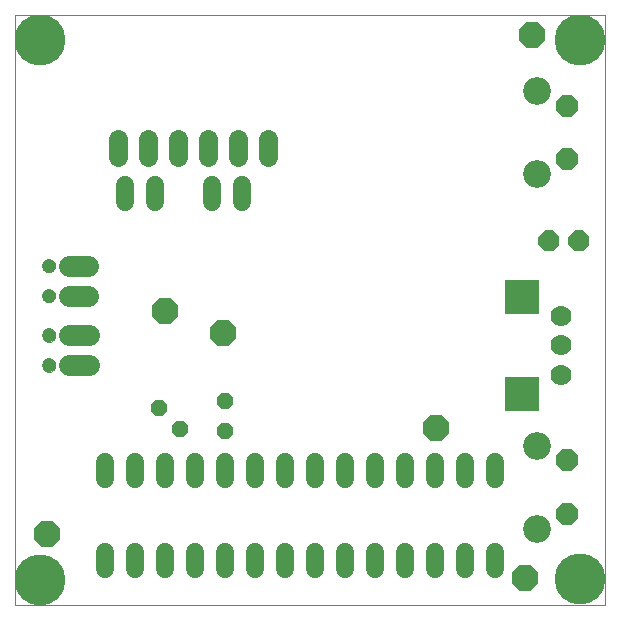
<source format=gts>
G75*
%MOIN*%
%OFA0B0*%
%FSLAX24Y24*%
%IPPOS*%
%LPD*%
%AMOC8*
5,1,8,0,0,1.08239X$1,22.5*
%
%ADD10C,0.0000*%
%ADD11C,0.0600*%
%ADD12OC8,0.0700*%
%ADD13OC8,0.0890*%
%ADD14OC8,0.0740*%
%ADD15C,0.0925*%
%ADD16C,0.0700*%
%ADD17R,0.1142X0.1142*%
%ADD18C,0.0640*%
%ADD19C,0.0690*%
%ADD20C,0.0473*%
%ADD21OC8,0.0560*%
%ADD22C,0.1700*%
D10*
X000350Y000350D02*
X000350Y020035D01*
X020035Y020035D01*
X020035Y000350D01*
X000350Y000350D01*
X001267Y008344D02*
X001269Y008373D01*
X001275Y008401D01*
X001284Y008429D01*
X001297Y008455D01*
X001314Y008478D01*
X001333Y008500D01*
X001355Y008519D01*
X001380Y008534D01*
X001406Y008547D01*
X001434Y008555D01*
X001462Y008560D01*
X001491Y008561D01*
X001520Y008558D01*
X001548Y008551D01*
X001575Y008541D01*
X001601Y008527D01*
X001624Y008510D01*
X001645Y008490D01*
X001663Y008467D01*
X001678Y008442D01*
X001689Y008415D01*
X001697Y008387D01*
X001701Y008358D01*
X001701Y008330D01*
X001697Y008301D01*
X001689Y008273D01*
X001678Y008246D01*
X001663Y008221D01*
X001645Y008198D01*
X001624Y008178D01*
X001601Y008161D01*
X001575Y008147D01*
X001548Y008137D01*
X001520Y008130D01*
X001491Y008127D01*
X001462Y008128D01*
X001434Y008133D01*
X001406Y008141D01*
X001380Y008154D01*
X001355Y008169D01*
X001333Y008188D01*
X001314Y008210D01*
X001297Y008233D01*
X001284Y008259D01*
X001275Y008287D01*
X001269Y008315D01*
X001267Y008344D01*
X001267Y009344D02*
X001269Y009373D01*
X001275Y009401D01*
X001284Y009429D01*
X001297Y009455D01*
X001314Y009478D01*
X001333Y009500D01*
X001355Y009519D01*
X001380Y009534D01*
X001406Y009547D01*
X001434Y009555D01*
X001462Y009560D01*
X001491Y009561D01*
X001520Y009558D01*
X001548Y009551D01*
X001575Y009541D01*
X001601Y009527D01*
X001624Y009510D01*
X001645Y009490D01*
X001663Y009467D01*
X001678Y009442D01*
X001689Y009415D01*
X001697Y009387D01*
X001701Y009358D01*
X001701Y009330D01*
X001697Y009301D01*
X001689Y009273D01*
X001678Y009246D01*
X001663Y009221D01*
X001645Y009198D01*
X001624Y009178D01*
X001601Y009161D01*
X001575Y009147D01*
X001548Y009137D01*
X001520Y009130D01*
X001491Y009127D01*
X001462Y009128D01*
X001434Y009133D01*
X001406Y009141D01*
X001380Y009154D01*
X001355Y009169D01*
X001333Y009188D01*
X001314Y009210D01*
X001297Y009233D01*
X001284Y009259D01*
X001275Y009287D01*
X001269Y009315D01*
X001267Y009344D01*
X001259Y010670D02*
X001261Y010699D01*
X001267Y010727D01*
X001276Y010755D01*
X001289Y010781D01*
X001306Y010804D01*
X001325Y010826D01*
X001347Y010845D01*
X001372Y010860D01*
X001398Y010873D01*
X001426Y010881D01*
X001454Y010886D01*
X001483Y010887D01*
X001512Y010884D01*
X001540Y010877D01*
X001567Y010867D01*
X001593Y010853D01*
X001616Y010836D01*
X001637Y010816D01*
X001655Y010793D01*
X001670Y010768D01*
X001681Y010741D01*
X001689Y010713D01*
X001693Y010684D01*
X001693Y010656D01*
X001689Y010627D01*
X001681Y010599D01*
X001670Y010572D01*
X001655Y010547D01*
X001637Y010524D01*
X001616Y010504D01*
X001593Y010487D01*
X001567Y010473D01*
X001540Y010463D01*
X001512Y010456D01*
X001483Y010453D01*
X001454Y010454D01*
X001426Y010459D01*
X001398Y010467D01*
X001372Y010480D01*
X001347Y010495D01*
X001325Y010514D01*
X001306Y010536D01*
X001289Y010559D01*
X001276Y010585D01*
X001267Y010613D01*
X001261Y010641D01*
X001259Y010670D01*
X001259Y011670D02*
X001261Y011699D01*
X001267Y011727D01*
X001276Y011755D01*
X001289Y011781D01*
X001306Y011804D01*
X001325Y011826D01*
X001347Y011845D01*
X001372Y011860D01*
X001398Y011873D01*
X001426Y011881D01*
X001454Y011886D01*
X001483Y011887D01*
X001512Y011884D01*
X001540Y011877D01*
X001567Y011867D01*
X001593Y011853D01*
X001616Y011836D01*
X001637Y011816D01*
X001655Y011793D01*
X001670Y011768D01*
X001681Y011741D01*
X001689Y011713D01*
X001693Y011684D01*
X001693Y011656D01*
X001689Y011627D01*
X001681Y011599D01*
X001670Y011572D01*
X001655Y011547D01*
X001637Y011524D01*
X001616Y011504D01*
X001593Y011487D01*
X001567Y011473D01*
X001540Y011463D01*
X001512Y011456D01*
X001483Y011453D01*
X001454Y011454D01*
X001426Y011459D01*
X001398Y011467D01*
X001372Y011480D01*
X001347Y011495D01*
X001325Y011514D01*
X001306Y011536D01*
X001289Y011559D01*
X001276Y011585D01*
X001267Y011613D01*
X001261Y011641D01*
X001259Y011670D01*
D11*
X004021Y013790D02*
X004021Y014350D01*
X005021Y014350D02*
X005021Y013790D01*
X006916Y013783D02*
X006916Y014343D01*
X007916Y014343D02*
X007916Y013783D01*
X008350Y005130D02*
X008350Y004570D01*
X009350Y004570D02*
X009350Y005130D01*
X010350Y005130D02*
X010350Y004570D01*
X011350Y004570D02*
X011350Y005130D01*
X012350Y005130D02*
X012350Y004570D01*
X013350Y004570D02*
X013350Y005130D01*
X014350Y005130D02*
X014350Y004570D01*
X015350Y004570D02*
X015350Y005130D01*
X016350Y005130D02*
X016350Y004570D01*
X016350Y002130D02*
X016350Y001570D01*
X015350Y001570D02*
X015350Y002130D01*
X014350Y002130D02*
X014350Y001570D01*
X013350Y001570D02*
X013350Y002130D01*
X012350Y002130D02*
X012350Y001570D01*
X011350Y001570D02*
X011350Y002130D01*
X010350Y002130D02*
X010350Y001570D01*
X009350Y001570D02*
X009350Y002130D01*
X008350Y002130D02*
X008350Y001570D01*
X007350Y001570D02*
X007350Y002130D01*
X006350Y002130D02*
X006350Y001570D01*
X005350Y001570D02*
X005350Y002130D01*
X004350Y002130D02*
X004350Y001570D01*
X003350Y001570D02*
X003350Y002130D01*
X003350Y004570D02*
X003350Y005130D01*
X004350Y005130D02*
X004350Y004570D01*
X005350Y004570D02*
X005350Y005130D01*
X006350Y005130D02*
X006350Y004570D01*
X007350Y004570D02*
X007350Y005130D01*
D12*
X018157Y012502D03*
X019157Y012502D03*
D13*
X014380Y006269D03*
X007280Y009422D03*
X005350Y010143D03*
X001413Y002712D03*
X017371Y001258D03*
X017600Y019350D03*
D14*
X018753Y016988D03*
X018753Y015208D03*
X018753Y005177D03*
X018753Y003397D03*
D15*
X017773Y002907D03*
X017773Y005667D03*
X017773Y014718D03*
X017773Y017478D03*
D16*
X018568Y009996D03*
X018568Y009011D03*
X018568Y008027D03*
D17*
X017268Y007397D03*
X017268Y010626D03*
D18*
X008804Y015289D02*
X008804Y015889D01*
X007804Y015889D02*
X007804Y015289D01*
X006804Y015289D02*
X006804Y015889D01*
X005804Y015889D02*
X005804Y015289D01*
X004804Y015289D02*
X004804Y015889D01*
X003804Y015889D02*
X003804Y015289D01*
D19*
X002801Y011670D02*
X002151Y011670D01*
X002151Y010670D02*
X002801Y010670D01*
X002809Y009344D02*
X002160Y009344D01*
X002160Y008344D02*
X002809Y008344D01*
D20*
X001484Y008344D03*
X001484Y009344D03*
X001476Y010670D03*
X001476Y011670D03*
D21*
X007351Y007170D03*
X007351Y006170D03*
X005853Y006230D03*
X005153Y006930D03*
D22*
X001200Y001200D03*
X019179Y001212D03*
X019182Y019177D03*
X001201Y019175D03*
M02*

</source>
